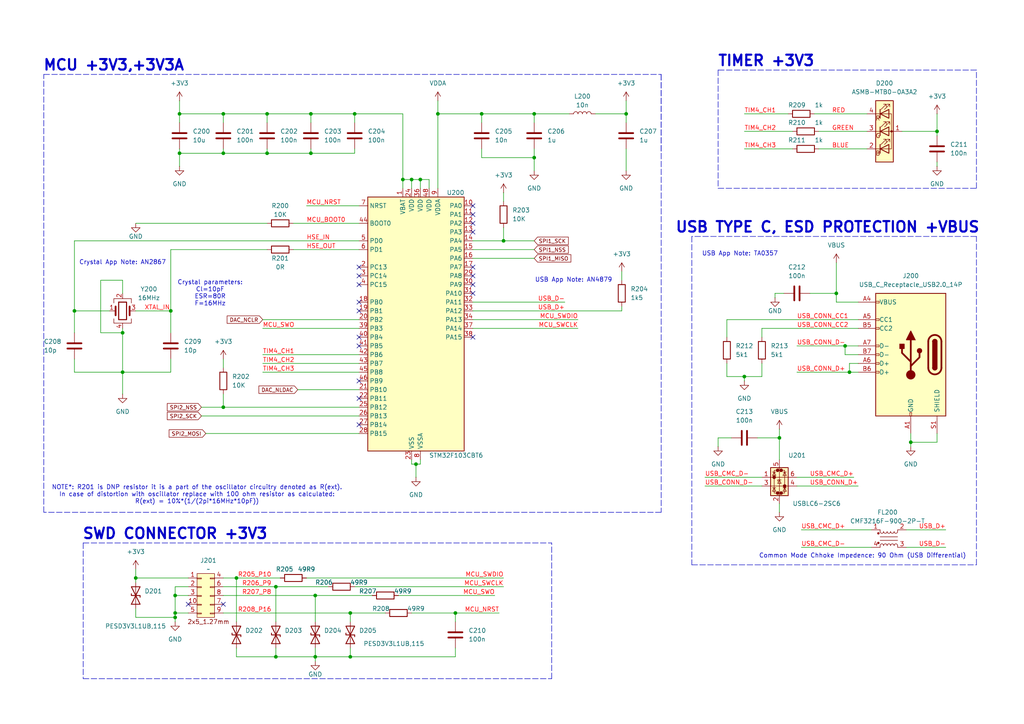
<source format=kicad_sch>
(kicad_sch (version 20231120) (generator "eeschema") (generator_version "8.0")
  (paper "A4")
  (title_block (title "MCU Circuitry") (date "2024-07-24") (company "Head-Pin (TS)"))
  (lib_symbols
    (symbol "Adacus_lib:JST_CONN_ADACUS_2x5_1.27mm"
      (property "Reference" "J" (at 2.794 9.144 0))
      (symbol "JST_CONN_ADACUS_2x5_1.27mm_1_1"
        (text "2x5_1.27mm\n" (at 2.032 -6.35 0) (effects (font (size 1.27 1.27))))
        (pin input line (at -3.81 6.35 0) (length 2.54) (name "") (number "1"))
        (pin input line (at -3.81 -1.27 0) (length 2.54) (name "") (number "10"))
        (pin input line (at -3.81 3.81 0) (length 2.54) (name "") (number "2"))
        (pin input line (at -3.81 1.27 0) (length 2.54) (name "") (number "3"))
        (pin input line (at 6.35 6.35 180) (length 2.54) (name "") (number "4"))
        (pin input line (at -3.81 -3.81 0) (length 2.54) (name "") (number "5"))
        (pin input line (at 6.35 3.81 180) (length 2.54) (name "") (number "6"))
        (pin input line (at 6.35 -1.27 180) (length 2.54) (name "") (number "7"))
        (pin input line (at 6.35 1.27 180) (length 2.54) (name "") (number "8"))
        (pin input line (at 6.35 -3.81 180) (length 2.54) (name "") (number "9"))
      )
    )
    (symbol "Connector:USB_C_Receptacle_USB2.0_14P" (pin_names (offset 1.016))
      (property "Reference" "J" (at 0 22.225 0))
      (property "Value" "USB_C_Receptacle_USB2.0_14P" (at 0 19.685 0))
      (symbol "USB_C_Receptacle_USB2.0_14P_1_1"
        (pin passive line (at 0 -22.86 90) (length 5.08) (name "GND") (number "A1"))
        (pin passive line (at 0 -22.86 90) (length 5.08) hide (name "GND") (number "A12"))
        (pin passive line (at 15.24 15.24 180) (length 5.08) (name "VBUS") (number "A4"))
        (pin bidirectional line (at 15.24 10.16 180) (length 5.08) (name "CC1") (number "A5"))
        (pin bidirectional line (at 15.24 -2.54 180) (length 5.08) (name "D+") (number "A6"))
        (pin bidirectional line (at 15.24 2.54 180) (length 5.08) (name "D-") (number "A7"))
        (pin passive line (at 15.24 15.24 180) (length 5.08) hide (name "VBUS") (number "A9"))
        (pin passive line (at 0 -22.86 90) (length 5.08) hide (name "GND") (number "B1"))
        (pin passive line (at 0 -22.86 90) (length 5.08) hide (name "GND") (number "B12"))
        (pin passive line (at 15.24 15.24 180) (length 5.08) hide (name "VBUS") (number "B4"))
        (pin bidirectional line (at 15.24 7.62 180) (length 5.08) (name "CC2") (number "B5"))
        (pin bidirectional line (at 15.24 -5.08 180) (length 5.08) (name "D+") (number "B6"))
        (pin bidirectional line (at 15.24 0 180) (length 5.08) (name "D-") (number "B7"))
        (pin passive line (at 15.24 15.24 180) (length 5.08) hide (name "VBUS") (number "B9"))
        (pin passive line (at -7.62 -22.86 90) (length 5.08) (name "SHIELD") (number "S1"))
      )
    )
    (symbol "Device:C" (pin_numbers hide) (pin_names (offset 0.254))
      (property "Reference" "C" (at 0.635 2.54 0))
      (property "Value" "C" (at 0.635 -2.54 0))
      (symbol "C_1_1"
        (pin passive line (at 0 3.81 270) (length 2.794) (name "~") (number "1"))
        (pin passive line (at 0 -3.81 90) (length 2.794) (name "~") (number "2"))
      )
    )
    (symbol "Device:Crystal_GND24" (pin_names (offset 1.016) hide)
      (property "Reference" "Y" (at 3.175 5.08 0))
      (property "Value" "Crystal_GND24" (at 3.175 3.175 0))
      (symbol "Crystal_GND24_1_1"
        (pin passive line (at -3.81 0 0) (length 1.27) (name "1") (number "1"))
        (pin passive line (at 0 5.08 270) (length 1.27) (name "2") (number "2"))
        (pin passive line (at 3.81 0 180) (length 1.27) (name "3") (number "3"))
        (pin passive line (at 0 -5.08 90) (length 1.27) (name "4") (number "4"))
      )
    )
    (symbol "Device:D_TVS" (pin_numbers hide) (pin_names (offset 1.016) hide)
      (property "Reference" "D" (at 0 2.54 0))
      (property "Value" "D_TVS" (at 0 -2.54 0))
      (symbol "D_TVS_1_1"
        (pin passive line (at -3.81 0 0) (length 2.54) (name "A1") (number "1"))
        (pin passive line (at 3.81 0 180) (length 2.54) (name "A2") (number "2"))
      )
    )
    (symbol "Device:L" (pin_numbers hide) (pin_names (offset 1.016) hide)
      (property "Reference" "L" (at -1.27 0 90))
      (property "Value" "L" (at 1.905 0 90))
      (symbol "L_1_1"
        (pin passive line (at 0 3.81 270) (length 1.27) (name "1") (number "1"))
        (pin passive line (at 0 -3.81 90) (length 1.27) (name "2") (number "2"))
      )
    )
    (symbol "Device:R" (pin_numbers hide) (pin_names (offset 0))
      (property "Reference" "R" (at 2.032 0 90))
      (property "Value" "R" (at 0 0 90))
      (symbol "R_1_1"
        (pin passive line (at 0 3.81 270) (length 1.27) (name "~") (number "1"))
        (pin passive line (at 0 -3.81 90) (length 1.27) (name "~") (number "2"))
      )
    )
    (symbol "Filter:Choke_Coilcraft_0603USB-142" (pin_names (offset 0.254) hide)
      (property "Reference" "FL" (at 0 4.445 0))
      (property "Value" "Choke_Coilcraft_0603USB-142" (at 0 -4.445 0))
      (symbol "Choke_Coilcraft_0603USB-142_1_1"
        (pin passive line (at -5.08 2.54 0) (length 2.54) (name "1") (number "1"))
        (pin passive line (at 5.08 2.54 180) (length 2.54) (name "2") (number "2"))
        (pin passive line (at 5.08 -2.54 180) (length 2.54) (name "3") (number "3"))
        (pin passive line (at -5.08 -2.54 0) (length 2.54) (name "4") (number "4"))
      )
    )
    (symbol "LED:ASMB-MTB0-0A3A2" (pin_names (offset 0) hide)
      (property "Reference" "D" (at 0 10.16 0))
      (property "Value" "ASMB-MTB0-0A3A2" (at 0 -10.16 0))
      (symbol "ASMB-MTB0-0A3A2_0_0"
        (text "B" (at -1.905 -6.35 0) (effects (font (size 1.27 1.27))))
        (text "G" (at -1.905 -1.27 0) (effects (font (size 1.27 1.27))))
        (text "R" (at -1.905 3.81 0) (effects (font (size 1.27 1.27))))
      )
      (symbol "ASMB-MTB0-0A3A2_1_1"
        (pin passive line (at 5.08 0 180) (length 2.54) (name "A") (number "1"))
        (pin passive line (at -5.08 -5.08 0) (length 2.54) (name "BK") (number "2"))
        (pin passive line (at -5.08 0 0) (length 2.54) (name "GK") (number "3"))
        (pin passive line (at -5.08 5.08 0) (length 2.54) (name "RK") (number "4"))
      )
    )
    (symbol "MCU_ST_STM32F1:STM32F103CBTx"
      (property "Reference" "U" (at -12.7 39.37 0))
      (property "Value" "STM32F103CBTx" (at 10.16 39.37 0))
      (symbol "STM32F103CBTx_1_1"
        (pin power_in line (at -2.54 40.64 270) (length 2.54) (name "VBAT") (number "1"))
        (pin bidirectional line (at 17.78 35.56 180) (length 2.54) (name "PA0") (number "10"))
        (pin bidirectional line (at 17.78 33.02 180) (length 2.54) (name "PA1") (number "11"))
        (pin bidirectional line (at 17.78 30.48 180) (length 2.54) (name "PA2") (number "12"))
        (pin bidirectional line (at 17.78 27.94 180) (length 2.54) (name "PA3") (number "13"))
        (pin bidirectional line (at 17.78 25.4 180) (length 2.54) (name "PA4") (number "14"))
        (pin bidirectional line (at 17.78 22.86 180) (length 2.54) (name "PA5") (number "15"))
        (pin bidirectional line (at 17.78 20.32 180) (length 2.54) (name "PA6") (number "16"))
        (pin bidirectional line (at 17.78 17.78 180) (length 2.54) (name "PA7") (number "17"))
        (pin bidirectional line (at -15.24 7.62 0) (length 2.54) (name "PB0") (number "18"))
        (pin bidirectional line (at -15.24 5.08 0) (length 2.54) (name "PB1") (number "19"))
        (pin bidirectional line (at -15.24 17.78 0) (length 2.54) (name "PC13") (number "2"))
        (pin bidirectional line (at -15.24 2.54 0) (length 2.54) (name "PB2") (number "20"))
        (pin bidirectional line (at -15.24 -17.78 0) (length 2.54) (name "PB10") (number "21"))
        (pin bidirectional line (at -15.24 -20.32 0) (length 2.54) (name "PB11") (number "22"))
        (pin power_in line (at 0 -38.1 90) (length 2.54) (name "VSS") (number "23"))
        (pin power_in line (at 0 40.64 270) (length 2.54) (name "VDD") (number "24"))
        (pin bidirectional line (at -15.24 -22.86 0) (length 2.54) (name "PB12") (number "25"))
        (pin bidirectional line (at -15.24 -25.4 0) (length 2.54) (name "PB13") (number "26"))
        (pin bidirectional line (at -15.24 -27.94 0) (length 2.54) (name "PB14") (number "27"))
        (pin bidirectional line (at -15.24 -30.48 0) (length 2.54) (name "PB15") (number "28"))
        (pin bidirectional line (at 17.78 15.24 180) (length 2.54) (name "PA8") (number "29"))
        (pin bidirectional line (at -15.24 15.24 0) (length 2.54) (name "PC14") (number "3"))
        (pin bidirectional line (at 17.78 12.7 180) (length 2.54) (name "PA9") (number "30"))
        (pin bidirectional line (at 17.78 10.16 180) (length 2.54) (name "PA10") (number "31"))
        (pin bidirectional line (at 17.78 7.62 180) (length 2.54) (name "PA11") (number "32"))
        (pin bidirectional line (at 17.78 5.08 180) (length 2.54) (name "PA12") (number "33"))
        (pin bidirectional line (at 17.78 2.54 180) (length 2.54) (name "PA13") (number "34"))
        (pin passive line (at 0 -38.1 90) (length 2.54) hide (name "VSS") (number "35"))
        (pin power_in line (at 2.54 40.64 270) (length 2.54) (name "VDD") (number "36"))
        (pin bidirectional line (at 17.78 0 180) (length 2.54) (name "PA14") (number "37"))
        (pin bidirectional line (at 17.78 -2.54 180) (length 2.54) (name "PA15") (number "38"))
        (pin bidirectional line (at -15.24 0 0) (length 2.54) (name "PB3") (number "39"))
        (pin bidirectional line (at -15.24 12.7 0) (length 2.54) (name "PC15") (number "4"))
        (pin bidirectional line (at -15.24 -2.54 0) (length 2.54) (name "PB4") (number "40"))
        (pin bidirectional line (at -15.24 -5.08 0) (length 2.54) (name "PB5") (number "41"))
        (pin bidirectional line (at -15.24 -7.62 0) (length 2.54) (name "PB6") (number "42"))
        (pin bidirectional line (at -15.24 -10.16 0) (length 2.54) (name "PB7") (number "43"))
        (pin input line (at -15.24 30.48 0) (length 2.54) (name "BOOT0") (number "44"))
        (pin bidirectional line (at -15.24 -12.7 0) (length 2.54) (name "PB8") (number "45"))
        (pin bidirectional line (at -15.24 -15.24 0) (length 2.54) (name "PB9") (number "46"))
        (pin passive line (at 0 -38.1 90) (length 2.54) hide (name "VSS") (number "47"))
        (pin power_in line (at 5.08 40.64 270) (length 2.54) (name "VDD") (number "48"))
        (pin bidirectional line (at -15.24 25.4 0) (length 2.54) (name "PD0") (number "5"))
        (pin bidirectional line (at -15.24 22.86 0) (length 2.54) (name "PD1") (number "6"))
        (pin input line (at -15.24 35.56 0) (length 2.54) (name "NRST") (number "7"))
        (pin power_in line (at 2.54 -38.1 90) (length 2.54) (name "VSSA") (number "8"))
        (pin power_in line (at 7.62 40.64 270) (length 2.54) (name "VDDA") (number "9"))
      )
    )
    (symbol "Power_Protection:USBLC6-2SC6" (pin_names hide)
      (property "Reference" "U" (at 0.635 5.715 0))
      (property "Value" "USBLC6-2SC6" (at 0.635 3.81 0))
      (symbol "USBLC6-2SC6_1_1"
        (pin passive line (at -5.08 0 0) (length 2.54) (name "I/O1") (number "1"))
        (pin passive line (at 0 -7.62 90) (length 2.54) (name "GND") (number "2"))
        (pin passive line (at -5.08 -2.54 0) (length 2.54) (name "I/O2") (number "3"))
        (pin passive line (at 5.08 -2.54 180) (length 2.54) (name "I/O2") (number "4"))
        (pin passive line (at 0 5.08 270) (length 2.54) (name "VBUS") (number "5"))
        (pin passive line (at 5.08 0 180) (length 2.54) (name "I/O1") (number "6"))
      )
    )
    (symbol "power:+3V3" (power) (pin_numbers hide) (pin_names (offset 0) hide)
      (property "Value" "+3V3" (at 0 3.556 0))
      (symbol "+3V3_1_1"
        (pin power_in line (at 0 0 90) (length 0) (name "~") (number "1"))
      )
    )
    (symbol "power:GND" (power) (pin_numbers hide) (pin_names (offset 0) hide)
      (property "Value" "GND" (at 0 -3.81 0))
      (symbol "GND_1_1"
        (pin power_in line (at 0 0 270) (length 0) (name "~") (number "1"))
      )
    )
    (symbol "power:VBUS" (power) (pin_numbers hide) (pin_names (offset 0) hide)
      (property "Value" "VBUS" (at 0 3.556 0))
      (symbol "VBUS_1_1"
        (pin power_in line (at 0 0 90) (length 0) (name "~") (number "1"))
      )
    )
    (symbol "power:VDDA" (power) (pin_numbers hide) (pin_names (offset 0) hide)
      (property "Value" "VDDA" (at 0 3.556 0))
      (symbol "VDDA_1_1"
        (pin power_in line (at 0 0 90) (length 0) (name "~") (number "1"))
      )
    )
  )
  (junction (at 101.6 190.5))
  (junction (at 52.07 33.02))
  (junction (at 154.94 33.02))
  (junction (at 91.44 190.5))
  (junction (at 64.77 118.11))
  (junction (at 21.59 90.17))
  (junction (at 64.77 33.02))
  (junction (at 90.17 33.02))
  (junction (at 101.6 177.8))
  (junction (at 50.8 172.72))
  (junction (at 52.07 44.45))
  (junction (at 80.01 190.5))
  (junction (at 264.16 128.27))
  (junction (at 271.78 38.1))
  (junction (at 50.8 177.8))
  (junction (at 80.01 170.18))
  (junction (at 215.9 109.22))
  (junction (at 39.37 167.64))
  (junction (at 35.56 96.52))
  (junction (at 68.58 167.64))
  (junction (at 181.61 33.02))
  (junction (at 77.47 33.02))
  (junction (at 35.56 107.95))
  (junction (at 121.92 52.07))
  (junction (at 50.8 179.07))
  (junction (at 49.53 90.17))
  (junction (at 91.44 172.72))
  (junction (at 132.08 177.8))
  (junction (at 146.05 69.85))
  (junction (at 139.7 33.02))
  (junction (at 242.57 85.09))
  (junction (at 226.06 127))
  (junction (at 102.87 33.02))
  (junction (at 154.94 45.72))
  (junction (at 246.38 107.95))
  (junction (at 120.65 134.62))
  (junction (at 245.11 100.33))
  (junction (at 64.77 44.45))
  (junction (at 116.84 52.07))
  (junction (at 119.38 52.07))
  (junction (at 77.47 44.45))
  (junction (at 127 33.02))
  (junction (at 90.17 44.45))
  (no_connect (at 104.14 82.55))
  (no_connect (at 137.16 85.09))
  (no_connect (at 137.16 62.23))
  (no_connect (at 104.14 123.19))
  (no_connect (at 137.16 59.69))
  (no_connect (at 104.14 87.63))
  (no_connect (at 104.14 97.79))
  (no_connect (at 137.16 64.77))
  (no_connect (at 104.14 90.17))
  (no_connect (at 137.16 67.31))
  (no_connect (at 137.16 77.47))
  (no_connect (at 104.14 110.49))
  (no_connect (at 137.16 97.79))
  (no_connect (at 137.16 82.55))
  (no_connect (at 137.16 80.01))
  (no_connect (at 64.77 175.26))
  (no_connect (at 104.14 100.33))
  (no_connect (at 54.61 175.26))
  (no_connect (at 104.14 115.57))
  (no_connect (at 104.14 77.47))
  (no_connect (at 104.14 80.01))
  (wire (pts (xy 76.2 95.25) (xy 104.14 95.25)))
  (wire (pts (xy 127 33.02) (xy 139.7 33.02)))
  (wire (pts (xy 231.14 100.33) (xy 245.11 100.33)))
  (wire (pts (xy 35.56 85.09) (xy 35.56 81.28)))
  (polyline (pts (xy 200.66 68.58) (xy 200.66 163.83)) (stroke (width 0) (type dash)))
  (wire (pts (xy 88.9 167.64) (xy 146.05 167.64)))
  (wire (pts (xy 224.79 85.09) (xy 224.79 86.36)))
  (wire (pts (xy 39.37 167.64) (xy 39.37 168.91)))
  (wire (pts (xy 132.08 177.8) (xy 144.78 177.8)))
  (wire (pts (xy 52.07 43.18) (xy 52.07 44.45)))
  (wire (pts (xy 232.41 158.75) (xy 252.73 158.75)))
  (wire (pts (xy 262.89 153.67) (xy 274.32 153.67)))
  (wire (pts (xy 146.05 66.04) (xy 146.05 69.85)))
  (wire (pts (xy 271.78 33.02) (xy 271.78 38.1)))
  (wire (pts (xy 52.07 33.02) (xy 52.07 35.56)))
  (wire (pts (xy 120.65 134.62) (xy 121.92 134.62)))
  (wire (pts (xy 139.7 33.02) (xy 154.94 33.02)))
  (polyline (pts (xy 208.28 20.32) (xy 208.28 20.32)))
  (wire (pts (xy 86.36 113.03) (xy 104.14 113.03)))
  (wire (pts (xy 91.44 187.96) (xy 91.44 190.5)))
  (wire (pts (xy 52.07 33.02) (xy 64.77 33.02)))
  (polyline (pts (xy 191.77 21.59) (xy 191.77 44.45)) (stroke (width 0) (type dash)))
  (wire (pts (xy 77.47 43.18) (xy 77.47 44.45)))
  (wire (pts (xy 154.94 43.18) (xy 154.94 45.72)))
  (wire (pts (xy 50.8 179.07) (xy 50.8 180.34)))
  (wire (pts (xy 90.17 33.02) (xy 102.87 33.02)))
  (wire (pts (xy 132.08 177.8) (xy 132.08 180.34)))
  (wire (pts (xy 226.06 127) (xy 226.06 133.35)))
  (wire (pts (xy 139.7 33.02) (xy 139.7 35.56)))
  (polyline (pts (xy 283.21 20.32) (xy 208.28 20.32)) (stroke (width 0) (type dash)))
  (wire (pts (xy 49.53 90.17) (xy 49.53 96.52)))
  (wire (pts (xy 102.87 170.18) (xy 146.05 170.18)))
  (wire (pts (xy 210.82 109.22) (xy 215.9 109.22)))
  (wire (pts (xy 137.16 92.71) (xy 167.64 92.71)))
  (wire (pts (xy 21.59 90.17) (xy 21.59 96.52)))
  (wire (pts (xy 146.05 69.85) (xy 154.94 69.85)))
  (wire (pts (xy 104.14 69.85) (xy 21.59 69.85)))
  (wire (pts (xy 248.92 105.41) (xy 246.38 105.41)))
  (wire (pts (xy 231.14 107.95) (xy 246.38 107.95)))
  (wire (pts (xy 102.87 33.02) (xy 102.87 35.56)))
  (wire (pts (xy 119.38 177.8) (xy 132.08 177.8)))
  (wire (pts (xy 39.37 90.17) (xy 49.53 90.17)))
  (wire (pts (xy 220.98 105.41) (xy 220.98 109.22)))
  (wire (pts (xy 154.94 35.56) (xy 154.94 33.02)))
  (wire (pts (xy 80.01 190.5) (xy 91.44 190.5)))
  (wire (pts (xy 139.7 45.72) (xy 154.94 45.72)))
  (wire (pts (xy 137.16 69.85) (xy 146.05 69.85)))
  (polyline (pts (xy 160.02 196.85) (xy 160.02 157.48)) (stroke (width 0) (type dash)))
  (wire (pts (xy 127 33.02) (xy 127 54.61)))
  (wire (pts (xy 64.77 33.02) (xy 77.47 33.02)))
  (wire (pts (xy 104.14 92.71) (xy 76.2 92.71)))
  (wire (pts (xy 119.38 134.62) (xy 120.65 134.62)))
  (wire (pts (xy 54.61 177.8) (xy 50.8 177.8)))
  (wire (pts (xy 64.77 104.14) (xy 64.77 106.68)))
  (wire (pts (xy 35.56 107.95) (xy 49.53 107.95)))
  (wire (pts (xy 52.07 33.02) (xy 52.07 29.21)))
  (wire (pts (xy 119.38 54.61) (xy 119.38 52.07)))
  (wire (pts (xy 76.2 105.41) (xy 104.14 105.41)))
  (polyline (pts (xy 191.77 148.59) (xy 12.7 148.59)) (stroke (width 0) (type dash)))
  (polyline (pts (xy 24.13 157.48) (xy 24.13 196.85)) (stroke (width 0) (type dash)))
  (wire (pts (xy 237.49 38.1) (xy 251.46 38.1)))
  (wire (pts (xy 119.38 133.35) (xy 119.38 134.62)))
  (wire (pts (xy 236.22 33.02) (xy 251.46 33.02)))
  (wire (pts (xy 219.71 127) (xy 226.06 127)))
  (wire (pts (xy 215.9 38.1) (xy 229.87 38.1)))
  (wire (pts (xy 210.82 105.41) (xy 210.82 109.22)))
  (wire (pts (xy 248.92 87.63) (xy 242.57 87.63)))
  (wire (pts (xy 234.95 85.09) (xy 242.57 85.09)))
  (wire (pts (xy 64.77 44.45) (xy 77.47 44.45)))
  (wire (pts (xy 90.17 33.02) (xy 90.17 35.56)))
  (wire (pts (xy 101.6 177.8) (xy 111.76 177.8)))
  (wire (pts (xy 68.58 190.5) (xy 80.01 190.5)))
  (wire (pts (xy 80.01 170.18) (xy 95.25 170.18)))
  (wire (pts (xy 181.61 29.21) (xy 181.61 33.02)))
  (wire (pts (xy 139.7 43.18) (xy 139.7 45.72)))
  (wire (pts (xy 21.59 90.17) (xy 31.75 90.17)))
  (wire (pts (xy 215.9 43.18) (xy 229.87 43.18)))
  (wire (pts (xy 137.16 74.93) (xy 154.94 74.93)))
  (wire (pts (xy 85.09 72.39) (xy 104.14 72.39)))
  (wire (pts (xy 101.6 177.8) (xy 101.6 180.34)))
  (wire (pts (xy 39.37 167.64) (xy 54.61 167.64)))
  (wire (pts (xy 231.14 138.43) (xy 247.65 138.43)))
  (wire (pts (xy 232.41 153.67) (xy 252.73 153.67)))
  (polyline (pts (xy 200.66 163.83) (xy 283.21 163.83)) (stroke (width 0) (type dash)))
  (wire (pts (xy 124.46 54.61) (xy 124.46 52.07)))
  (wire (pts (xy 264.16 128.27) (xy 271.78 128.27)))
  (wire (pts (xy 80.01 170.18) (xy 80.01 180.34)))
  (wire (pts (xy 35.56 95.25) (xy 35.56 96.52)))
  (wire (pts (xy 172.72 33.02) (xy 181.61 33.02)))
  (wire (pts (xy 54.61 170.18) (xy 50.8 170.18)))
  (wire (pts (xy 245.11 102.87) (xy 245.11 100.33)))
  (wire (pts (xy 35.56 107.95) (xy 35.56 114.3)))
  (wire (pts (xy 181.61 43.18) (xy 181.61 49.53)))
  (wire (pts (xy 137.16 72.39) (xy 154.94 72.39)))
  (wire (pts (xy 212.09 127) (xy 208.28 127)))
  (wire (pts (xy 39.37 165.1) (xy 39.37 167.64)))
  (wire (pts (xy 137.16 95.25) (xy 167.64 95.25)))
  (wire (pts (xy 39.37 179.07) (xy 50.8 179.07)))
  (wire (pts (xy 245.11 102.87) (xy 248.92 102.87)))
  (wire (pts (xy 204.47 140.97) (xy 220.98 140.97)))
  (wire (pts (xy 231.14 140.97) (xy 248.92 140.97)))
  (wire (pts (xy 76.2 107.95) (xy 104.14 107.95)))
  (wire (pts (xy 91.44 190.5) (xy 101.6 190.5)))
  (polyline (pts (xy 283.21 163.83) (xy 283.21 68.58)) (stroke (width 0) (type dash)))
  (wire (pts (xy 50.8 172.72) (xy 54.61 172.72)))
  (wire (pts (xy 64.77 118.11) (xy 104.14 118.11)))
  (wire (pts (xy 101.6 187.96) (xy 101.6 190.5)))
  (wire (pts (xy 35.56 81.28) (xy 29.21 81.28)))
  (wire (pts (xy 64.77 33.02) (xy 64.77 35.56)))
  (wire (pts (xy 220.98 97.79) (xy 220.98 95.25)))
  (polyline (pts (xy 191.77 21.59) (xy 191.77 148.59)) (stroke (width 0) (type dash)))
  (wire (pts (xy 68.58 167.64) (xy 68.58 180.34)))
  (wire (pts (xy 120.65 134.62) (xy 120.65 138.43)))
  (wire (pts (xy 50.8 170.18) (xy 50.8 172.72)))
  (wire (pts (xy 58.42 118.11) (xy 64.77 118.11)))
  (wire (pts (xy 137.16 87.63) (xy 163.83 87.63)))
  (wire (pts (xy 246.38 107.95) (xy 248.92 107.95)))
  (wire (pts (xy 64.77 114.3) (xy 64.77 118.11)))
  (wire (pts (xy 215.9 109.22) (xy 220.98 109.22)))
  (polyline (pts (xy 12.7 21.59) (xy 191.77 21.59)) (stroke (width 0) (type dash)))
  (wire (pts (xy 245.11 100.33) (xy 248.92 100.33)))
  (wire (pts (xy 242.57 76.2) (xy 242.57 85.09)))
  (wire (pts (xy 64.77 172.72) (xy 91.44 172.72)))
  (wire (pts (xy 21.59 69.85) (xy 21.59 90.17)))
  (wire (pts (xy 137.16 90.17) (xy 180.34 90.17)))
  (wire (pts (xy 52.07 44.45) (xy 64.77 44.45)))
  (wire (pts (xy 35.56 96.52) (xy 35.56 107.95)))
  (wire (pts (xy 226.06 146.05) (xy 226.06 148.59)))
  (wire (pts (xy 80.01 187.96) (xy 80.01 190.5)))
  (wire (pts (xy 29.21 81.28) (xy 29.21 96.52)))
  (wire (pts (xy 21.59 104.14) (xy 21.59 107.95)))
  (wire (pts (xy 271.78 46.99) (xy 271.78 48.26)))
  (wire (pts (xy 49.53 72.39) (xy 49.53 90.17)))
  (wire (pts (xy 264.16 125.73) (xy 264.16 128.27)))
  (wire (pts (xy 39.37 64.77) (xy 77.47 64.77)))
  (wire (pts (xy 76.2 102.87) (xy 104.14 102.87)))
  (polyline (pts (xy 12.7 148.59) (xy 12.7 21.59)) (stroke (width 0) (type dash)))
  (wire (pts (xy 85.09 64.77) (xy 104.14 64.77)))
  (wire (pts (xy 271.78 38.1) (xy 271.78 39.37)))
  (wire (pts (xy 261.62 38.1) (xy 271.78 38.1)))
  (wire (pts (xy 146.05 55.88) (xy 146.05 58.42)))
  (polyline (pts (xy 24.13 196.85) (xy 160.02 196.85)) (stroke (width 0) (type dash)))
  (wire (pts (xy 59.69 125.73) (xy 104.14 125.73)))
  (wire (pts (xy 39.37 176.53) (xy 39.37 179.07)))
  (wire (pts (xy 77.47 33.02) (xy 90.17 33.02)))
  (wire (pts (xy 121.92 133.35) (xy 121.92 134.62)))
  (wire (pts (xy 127 29.21) (xy 127 33.02)))
  (wire (pts (xy 50.8 179.07) (xy 50.8 177.8)))
  (wire (pts (xy 77.47 33.02) (xy 77.47 35.56)))
  (wire (pts (xy 271.78 125.73) (xy 271.78 128.27)))
  (wire (pts (xy 154.94 45.72) (xy 154.94 49.53)))
  (wire (pts (xy 228.6 33.02) (xy 215.9 33.02)))
  (wire (pts (xy 204.47 138.43) (xy 220.98 138.43)))
  (wire (pts (xy 210.82 92.71) (xy 248.92 92.71)))
  (wire (pts (xy 88.9 59.69) (xy 104.14 59.69)))
  (wire (pts (xy 226.06 124.46) (xy 226.06 127)))
  (polyline (pts (xy 283.21 54.61) (xy 283.21 20.32)) (stroke (width 0) (type dash)))
  (wire (pts (xy 91.44 172.72) (xy 107.95 172.72)))
  (wire (pts (xy 21.59 107.95) (xy 35.56 107.95)))
  (wire (pts (xy 242.57 87.63) (xy 242.57 85.09)))
  (wire (pts (xy 116.84 52.07) (xy 119.38 52.07)))
  (wire (pts (xy 181.61 33.02) (xy 181.61 35.56)))
  (wire (pts (xy 227.33 85.09) (xy 224.79 85.09)))
  (wire (pts (xy 116.84 52.07) (xy 116.84 33.02)))
  (wire (pts (xy 121.92 52.07) (xy 124.46 52.07)))
  (wire (pts (xy 119.38 52.07) (xy 121.92 52.07)))
  (wire (pts (xy 64.77 43.18) (xy 64.77 44.45)))
  (wire (pts (xy 102.87 33.02) (xy 116.84 33.02)))
  (wire (pts (xy 64.77 170.18) (xy 80.01 170.18)))
  (wire (pts (xy 90.17 44.45) (xy 102.87 44.45)))
  (wire (pts (xy 58.42 120.65) (xy 104.14 120.65)))
  (wire (pts (xy 116.84 54.61) (xy 116.84 52.07)))
  (wire (pts (xy 121.92 54.61) (xy 121.92 52.07)))
  (wire (pts (xy 64.77 177.8) (xy 101.6 177.8)))
  (wire (pts (xy 180.34 88.9) (xy 180.34 90.17)))
  (wire (pts (xy 246.38 105.41) (xy 246.38 107.95)))
  (wire (pts (xy 49.53 72.39) (xy 77.47 72.39)))
  (wire (pts (xy 237.49 43.18) (xy 251.46 43.18)))
  (polyline (pts (xy 208.28 54.61) (xy 283.21 54.61)) (stroke (width 0) (type dash)))
  (wire (pts (xy 208.28 127) (xy 208.28 129.54)))
  (wire (pts (xy 262.89 158.75) (xy 274.32 158.75)))
  (wire (pts (xy 91.44 172.72) (xy 91.44 180.34)))
  (wire (pts (xy 180.34 78.74) (xy 180.34 81.28)))
  (polyline (pts (xy 283.21 68.58) (xy 200.66 68.58)) (stroke (width 0) (type dash)))
  (wire (pts (xy 215.9 109.22) (xy 215.9 110.49)))
  (wire (pts (xy 154.94 33.02) (xy 165.1 33.02)))
  (polyline (pts (xy 208.28 20.32) (xy 208.28 54.61)) (stroke (width 0) (type dash)))
  (wire (pts (xy 68.58 167.64) (xy 81.28 167.64)))
  (polyline (pts (xy 24.13 157.48) (xy 160.02 157.48)) (stroke (width 0) (type dash)))
  (wire (pts (xy 115.57 172.72) (xy 143.51 172.72)))
  (wire (pts (xy 132.08 187.96) (xy 132.08 190.5)))
  (wire (pts (xy 91.44 191.77) (xy 91.44 190.5)))
  (wire (pts (xy 210.82 92.71) (xy 210.82 97.79)))
  (wire (pts (xy 29.21 96.52) (xy 35.56 96.52)))
  (wire (pts (xy 264.16 128.27) (xy 264.16 129.54)))
  (wire (pts (xy 49.53 104.14) (xy 49.53 107.95)))
  (wire (pts (xy 50.8 172.72) (xy 50.8 177.8)))
  (wire (pts (xy 77.47 44.45) (xy 90.17 44.45)))
  (wire (pts (xy 68.58 187.96) (xy 68.58 190.5)))
  (wire (pts (xy 64.77 167.64) (xy 68.58 167.64)))
  (wire (pts (xy 102.87 44.45) (xy 102.87 43.18)))
  (wire (pts (xy 52.07 44.45) (xy 52.07 48.26)))
  (wire (pts (xy 90.17 43.18) (xy 90.17 44.45)))
  (wire (pts (xy 101.6 190.5) (xy 132.08 190.5)))
  (wire (pts (xy 220.98 95.25) (xy 248.92 95.25)))
  (text "USB TYPE C, ESD PROTECTION +VBUS" (at 240.03 66.04 0) (effects (font (size 3.048 3.048) (thickness 0.6096) (bold yes))))
  (text "SWD CONNECTOR +3V3" (at 50.8 154.94 0) (effects (font (size 3.048 3.048) (thickness 0.6096) (bold yes))))
  (text "Common Mode Chhoke Impedence: 90 Ohm (USB Differential)" (at 250.19 161.29 0) (effects (font (size 1.27 1.27))))
  (text "Crystal App Note: AN2867\n" (at 35.56 76.2 0) (effects (font (size 1.27 1.27))))
  (text "USB App Note: TA0357\n" (at 214.63 73.66 0) (effects (font (size 1.27 1.27))))
  (text "NOTE*: R201 is DNP resistor it is a part of the oscillator circuitry denoted as R(ext).\nIn case of distortion with oscillator replace with 100 ohm resistor as calculated:\nR(ext) = 10%*(1/(2pi*16MHz*10pF))" (at 57.15 143.51 0) (effects (font (size 1.27 1.27))))
  (text "Crystal parameters:\nCl=10pF\nESR=80R\nF=16MHz\n" (at 60.96 85.09 0) (effects (font (size 1.27 1.27))))
  (text "TIMER +3V3" (at 222.25 17.78 0) (effects (font (size 3.048 3.048) (thickness 0.6096) (bold yes))))
  (text "MCU +3V3,+3V3A" (at 33.02 19.05 0) (effects (font (size 3.048 3.048) (thickness 0.6096) (bold yes))))
  (text "USB App Note: AN4879\n" (at 166.37 81.28 0) (effects (font (size 1.27 1.27))))
  (label "USB_D+" (at 274.32 153.67 180))
  (label "USB_CMC_D-" (at 232.41 158.75 0))
  (label "HSE_IN" (at 88.9 69.85 0))
  (label "USB_D-" (at 163.83 87.63 180))
  (label "USB_CMC_D+" (at 247.65 138.43 180))
  (label "MCU_SWCLK" (at 167.64 95.25 180))
  (label "USB_CONN_D-" (at 204.47 140.97 0))
  (label "MCU_SWO" (at 143.51 172.72 180))
  (label "MCU_SWDIO" (at 167.64 92.71 180))
  (label "TIM4_CH3" (at 215.9 43.18 0))
  (label "MCU_SWDIO" (at 146.05 167.64 180))
  (label "USB_D+" (at 163.83 90.17 180))
  (label "TIM4_CH2" (at 215.9 38.1 0))
  (label "GREEN" (at 241.3 38.1 0))
  (label "TIM4_CH1" (at 215.9 33.02 0))
  (label "USB_D-" (at 274.32 158.75 180))
  (label "R205_P10" (at 78.74 167.64 180))
  (label "MCU_BOOT0" (at 88.9 64.77 0))
  (label "TIM4_CH1" (at 76.2 102.87 0))
  (label "MCU_SWO" (at 76.2 95.25 0))
  (label "R206_P9" (at 78.74 170.18 180))
  (label "USB_CONN_CC1" (at 231.14 92.71 0))
  (label "USB_CONN_D+" (at 231.14 107.95 0))
  (label "USB_CONN_CC2" (at 231.14 95.25 0))
  (label "HSE_OUT" (at 88.9 72.39 0))
  (label "TIM4_CH2" (at 76.2 105.41 0))
  (label "USB_CMC_D-" (at 204.47 138.43 0))
  (label "MCU_NRST" (at 88.9 59.69 0))
  (label "MCU_NRST" (at 144.78 177.8 180))
  (label "USB_CMC_D+" (at 232.41 153.67 0))
  (label "USB_CONN_D-" (at 231.14 100.33 0))
  (label "R208_P16" (at 78.74 177.8 180))
  (label "RED" (at 241.3 33.02 0))
  (label "BLUE" (at 241.3 43.18 0))
  (label "USB_CONN_D+" (at 248.92 140.97 180))
  (label "XTAL_IN" (at 41.91 90.17 0))
  (label "MCU_SWCLK" (at 146.05 170.18 180))
  (label "R207_P8" (at 78.74 172.72 180))
  (label "TIM4_CH3" (at 76.2 107.95 0))
  (global_label "DAC_NLDAC" (shape input) (at 86.36 113.03 180) (effects (font (size 1.1 1.1))) (property "Intersheetrefs" "${INTERSHEET_REFS}" (effects (hide yes))))
  (global_label "SPI2_MOSI" (shape input) (at 59.69 125.73 180) (effects (font (size 1.1 1.1))) (property "Intersheetrefs" "${INTERSHEET_REFS}" (effects (hide yes))))
  (global_label "SPI1_NSS" (shape input) (at 154.94 72.39 0) (effects (font (size 1.1 1.1))) (property "Intersheetrefs" "${INTERSHEET_REFS}" (effects (hide yes))))
  (global_label "SPI1_MISO" (shape input) (at 154.94 74.93 0) (effects (font (size 1.1 1.1))) (property "Intersheetrefs" "${INTERSHEET_REFS}" (effects (hide yes))))
  (global_label "SPI2_SCK" (shape input) (at 58.42 120.65 180) (effects (font (size 1.1 1.1))) (property "Intersheetrefs" "${INTERSHEET_REFS}" (effects (hide yes))))
  (global_label "SPI1_SCK" (shape input) (at 154.94 69.85 0) (effects (font (size 1.1 1.1))) (property "Intersheetrefs" "${INTERSHEET_REFS}" (effects (hide yes))))
  (global_label "DAC_NCLR" (shape input) (at 76.2 92.71 180) (effects (font (size 1.1 1.1))) (property "Intersheetrefs" "${INTERSHEET_REFS}" (effects (hide yes))))
  (global_label "SPI2_NSS" (shape input) (at 58.42 118.11 180) (effects (font (size 1.1 1.1))) (property "Intersheetrefs" "${INTERSHEET_REFS}" (effects (hide yes))))
  (symbol (lib_id "power:GND") (at 224.79 86.36 0) (unit 1)
    (property "Reference" "#PWR033" (effects (hide yes)))
    (property "Value" "GND" (at 224.79 90.17 0))
    (property "Description" "Power symbol creates a global label with name \"GND\" , ground" (effects (hide yes)))
  )
  (symbol (lib_id "Power_Protection:USBLC6-2SC6") (at 226.06 138.43 0) (unit 1)
    (property "Reference" "U201" (at 228.6 132.08 0) (effects (justify left)))
    (property "Value" "USBLC6-2SC6" (at 229.87 146.05 0) (effects (justify left)))
    (property "Footprint" "Package_TO_SOT_SMD:SOT-23-6" (effects (hide yes)))
    (property "Datasheet" "https://www.st.com/resource/en/datasheet/usblc6-2.pdf" (effects (hide yes)))
    (property "Description" "Very low capacitance ESD protection diode, 2 data-line, SOT-23-6" (effects (hide yes)))
  )
  (symbol (lib_id "power:GND") (at 226.06 148.59 0) (unit 1)
    (property "Reference" "#PWR038" (effects (hide yes)))
    (property "Value" "GND" (at 226.06 153.67 0))
    (property "Description" "Power symbol creates a global label with name \"GND\" , ground" (effects (hide yes)))
  )
  (symbol (lib_id "Device:C") (at 49.53 100.33 0) (unit 1)
    (property "Reference" "C209" (at 53.34 99.0599 0) (effects (justify left)))
    (property "Value" "10p" (at 53.34 101.5999 0) (effects (justify left)))
    (property "Footprint" "Capacitor_SMD:C_0402_1005Metric" (effects (hide yes)))
    (property "Description" "Unpolarized capacitor" (effects (hide yes)))
  )
  (symbol (lib_id "power:+3V3") (at 64.77 104.14 0) (unit 1)
    (property "Reference" "#PWR026" (effects (hide yes)))
    (property "Value" "+3V3" (at 64.77 99.06 0))
    (property "Description" "Power symbol creates a global label with name \"+3V3\"" (effects (hide yes)))
  )
  (symbol (lib_id "Device:R") (at 99.06 170.18 90) (unit 1)
    (property "Reference" "R206" (at 93.98 168.91 90))
    (property "Value" "49R9" (at 104.14 168.91 90))
    (property "Footprint" "Resistor_SMD:R_0402_1005Metric" (effects (hide yes)))
    (property "Description" "Resistor" (effects (hide yes)))
  )
  (symbol (lib_id "Device:R") (at 233.68 43.18 90) (unit 1)
    (property "Reference" "R211" (at 231.14 40.64 90))
    (property "Value" "1k" (at 237.49 40.64 90))
    (property "Footprint" "Resistor_SMD:R_0402_1005Metric" (effects (hide yes)))
    (property "Description" "Resistor" (effects (hide yes)))
  )
  (symbol (lib_id "Device:C") (at 102.87 39.37 0) (unit 1)
    (property "Reference" "C204" (at 106.68 38.0999 0) (effects (justify left)))
    (property "Value" "100n" (at 106.68 40.6399 0) (effects (justify left)))
    (property "Footprint" "Capacitor_SMD:C_0402_1005Metric" (effects (hide yes)))
    (property "Description" "Unpolarized capacitor" (effects (hide yes)))
  )
  (symbol (lib_id "Device:R") (at 64.77 110.49 0) (unit 1)
    (property "Reference" "R202" (at 67.31 109.2199 0) (effects (justify left)))
    (property "Value" "10K" (at 67.31 111.7599 0) (effects (justify left)))
    (property "Footprint" "Resistor_SMD:R_0402_1005Metric" (effects (hide yes)))
    (property "Description" "Resistor" (effects (hide yes)))
  )
  (symbol (lib_id "Device:C") (at 132.08 184.15 0) (unit 1)
    (property "Reference" "C210" (at 135.89 182.8799 0) (effects (justify left)))
    (property "Value" "100n" (at 135.89 185.4199 0) (effects (justify left)))
    (property "Footprint" "Capacitor_SMD:C_0402_1005Metric" (effects (hide yes)))
    (property "Description" "Unpolarized capacitor" (effects (hide yes)))
  )
  (symbol (lib_id "Device:R") (at 111.76 172.72 90) (unit 1)
    (property "Reference" "R207" (at 106.68 171.45 90))
    (property "Value" "49R9" (at 116.84 171.45 90))
    (property "Footprint" "Resistor_SMD:R_0402_1005Metric" (effects (hide yes)))
    (property "Description" "Resistor" (effects (hide yes)))
  )
  (symbol (lib_id "Device:C") (at 215.9 127 90) (unit 1)
    (property "Reference" "C213" (at 215.9 119.38 90))
    (property "Value" "100n" (at 215.9 121.92 90))
    (property "Footprint" "Capacitor_SMD:C_0402_1005Metric" (effects (hide yes)))
    (property "Description" "Unpolarized capacitor" (effects (hide yes)))
  )
  (symbol (lib_id "Device:C") (at 90.17 39.37 0) (unit 1)
    (property "Reference" "C203" (at 93.98 38.0999 0) (effects (justify left)))
    (property "Value" "100n" (at 93.98 40.6399 0) (effects (justify left)))
    (property "Footprint" "Capacitor_SMD:C_0402_1005Metric" (effects (hide yes)))
    (property "Description" "Unpolarized capacitor" (effects (hide yes)))
  )
  (symbol (lib_id "Device:R") (at 146.05 62.23 0) (unit 1)
    (property "Reference" "R203" (at 148.59 60.9599 0) (effects (justify left)))
    (property "Value" "10K" (at 148.59 63.4999 0) (effects (justify left)))
    (property "Footprint" "Resistor_SMD:R_0402_1005Metric" (effects (hide yes)))
    (property "Description" "Resistor" (effects (hide yes)))
  )
  (symbol (lib_id "Device:R") (at 81.28 64.77 90) (unit 1)
    (property "Reference" "R200" (at 81.28 59.69 90))
    (property "Value" "10K" (at 81.28 62.23 90))
    (property "Footprint" "Resistor_SMD:R_0402_1005Metric" (effects (hide yes)))
    (property "Description" "Resistor" (effects (hide yes)))
  )
  (symbol (lib_id "power:+3V3") (at 146.05 55.88 0) (unit 1)
    (property "Reference" "#PWR030" (effects (hide yes)))
    (property "Value" "+3V3" (at 146.05 50.8 0))
    (property "Description" "Power symbol creates a global label with name \"+3V3\"" (effects (hide yes)))
  )
  (symbol (lib_id "power:GND") (at 35.56 114.3 0) (unit 1)
    (property "Reference" "#PWR018" (effects (hide yes)))
    (property "Value" "GND" (at 35.56 119.38 0))
    (property "Description" "Power symbol creates a global label with name \"GND\" , ground" (effects (hide yes)))
  )
  (symbol (lib_id "Device:C") (at 181.61 39.37 0) (unit 1)
    (property "Reference" "C207" (at 185.42 38.0999 0) (effects (justify left)))
    (property "Value" "1u" (at 185.42 40.6399 0) (effects (justify left)))
    (property "Footprint" "Capacitor_SMD:C_0603_1608Metric" (effects (hide yes)))
    (property "Description" "Unpolarized capacitor" (effects (hide yes)))
  )
  (symbol (lib_id "Device:R") (at 210.82 101.6 0) (unit 1)
    (property "Reference" "R212" (at 213.36 100.3299 0) (effects (justify left)))
    (property "Value" "5k1" (at 213.36 102.8699 0) (effects (justify left)))
    (property "Footprint" "Resistor_SMD:R_0402_1005Metric" (effects (hide yes)))
    (property "Description" "Resistor" (effects (hide yes)))
  )
  (symbol (lib_id "power:GND") (at 181.61 49.53 0) (unit 1)
    (property "Reference" "#PWR025" (effects (hide yes)))
    (property "Value" "GND" (at 181.61 54.61 0))
    (property "Description" "Power symbol creates a global label with name \"GND\" , ground" (effects (hide yes)))
  )
  (symbol (lib_id "Device:R") (at 233.68 38.1 90) (unit 1)
    (property "Reference" "R210" (at 231.14 35.56 90))
    (property "Value" "1k" (at 237.49 35.56 90))
    (property "Footprint" "Resistor_SMD:R_0402_1005Metric" (effects (hide yes)))
    (property "Description" "Resistor" (effects (hide yes)))
  )
  (symbol (lib_id "power:+3V3") (at 52.07 29.21 0) (unit 1)
    (property "Reference" "#PWR020" (effects (hide yes)))
    (property "Value" "+3V3" (at 52.07 24.13 0))
    (property "Description" "Power symbol creates a global label with name \"+3V3\"" (effects (hide yes)))
  )
  (symbol (lib_id "Device:Crystal_GND24") (at 35.56 90.17 0) (unit 1)
    (property "Reference" "Y200" (at 43.18 83.8514 0))
    (property "Value" "16MHz" (at 43.18 86.3914 0))
    (property "Footprint" "Crystal:Crystal_SMD_2016-4Pin_2.0x1.6mm" (effects (hide yes)))
    (property "Description" "Four pin crystal, GND on pins 2 and 4" (effects (hide yes)))
  )
  (symbol (lib_id "power:VBUS") (at 242.57 76.2 0) (unit 1)
    (property "Reference" "#PWR032" (effects (hide yes)))
    (property "Value" "VBUS" (at 242.57 71.12 0))
    (property "Description" "Power symbol creates a global label with name \"VBUS\"" (effects (hide yes)))
  )
  (symbol (lib_id "Device:C") (at 271.78 43.18 0) (unit 1)
    (property "Reference" "C211" (at 275.59 41.9099 0) (effects (justify left)))
    (property "Value" "100n" (at 275.59 44.4499 0) (effects (justify left)))
    (property "Footprint" "Capacitor_SMD:C_0402_1005Metric" (effects (hide yes)))
    (property "Description" "Unpolarized capacitor" (effects (hide yes)))
  )
  (symbol (lib_id "Device:C") (at 21.59 100.33 0) (unit 1)
    (property "Reference" "C208" (at 12.7 99.06 0) (effects (justify left)))
    (property "Value" "10p" (at 12.7 101.6 0) (effects (justify left)))
    (property "Footprint" "Capacitor_SMD:C_0402_1005Metric" (effects (hide yes)))
    (property "Description" "Unpolarized capacitor" (effects (hide yes)))
  )
  (symbol (lib_id "Device:D_TVS") (at 39.37 172.72 90) (unit 1)
    (property "Reference" "D201" (at 41.91 171.4499 90) (effects (justify right)))
    (property "Value" "PESD3V3L1UB,115" (at 30.48 181.61 90) (effects (justify right)))
    (property "Footprint" "Diode_SMD:D_SOD-523" (effects (hide yes)))
    (property "Datasheet" "ESD Protection Diodes / TVS Diodes PESD3V3L1UB/SOD523/SC-79 " (effects (hide yes)))
    (property "Description" "ESD Protection Diodes / TVS Diodes PESD3V3L1UB/SOD523/SC-79 " (effects (hide yes)))
  )
  (symbol (lib_id "Device:D_TVS") (at 80.01 184.15 90) (unit 1)
    (property "Reference" "D203" (at 82.55 182.8799 90) (effects (justify right)))
    (property "Value" "PESD3V3L1UB,115" (effects (hide yes)))
    (property "Footprint" "Diode_SMD:D_SOD-523" (effects (hide yes)))
    (property "Datasheet" "ESD Protection Diodes / TVS Diodes PESD3V3L1UB/SOD523/SC-79 " (effects (hide yes)))
    (property "Description" "ESD Protection Diodes / TVS Diodes PESD3V3L1UB/SOD523/SC-79 " (effects (hide yes)))
  )
  (symbol (lib_id "Device:D_TVS") (at 68.58 184.15 90) (unit 1)
    (property "Reference" "D202" (at 71.12 182.8799 90) (effects (justify right)))
    (property "Value" "PESD3V3L1UB,115" (effects (hide yes)))
    (property "Footprint" "Diode_SMD:D_SOD-523" (effects (hide yes)))
    (property "Datasheet" "ESD Protection Diodes / TVS Diodes PESD3V3L1UB/SOD523/SC-79 " (effects (hide yes)))
    (property "Description" "ESD Protection Diodes / TVS Diodes PESD3V3L1UB/SOD523/SC-79 " (effects (hide yes)))
  )
  (symbol (lib_id "power:VDDA") (at 127 29.21 0) (unit 1)
    (property "Reference" "#PWR023" (effects (hide yes)))
    (property "Value" "VDDA" (at 127 24.13 0))
    (property "Description" "Power symbol creates a global label with name \"VDDA\"" (effects (hide yes)))
  )
  (symbol (lib_id "power:+3V3") (at 180.34 78.74 0) (unit 1)
    (property "Reference" "#PWR031" (effects (hide yes)))
    (property "Value" "+3V3" (at 180.34 73.66 0))
    (property "Description" "Power symbol creates a global label with name \"+3V3\"" (effects (hide yes)))
  )
  (symbol (lib_id "Device:R") (at 81.28 72.39 90) (unit 1)
    (property "Reference" "R201" (at 81.28 74.93 90))
    (property "Value" "0R" (at 81.28 77.47 90))
    (property "Footprint" "Resistor_SMD:R_0402_1005Metric" (effects (hide yes)))
    (property "Description" "Resistor" (effects (hide yes)))
  )
  (symbol (lib_id "Device:C") (at 64.77 39.37 0) (unit 1)
    (property "Reference" "C201" (at 68.58 38.0999 0) (effects (justify left)))
    (property "Value" "100n" (at 68.58 40.6399 0) (effects (justify left)))
    (property "Footprint" "Capacitor_SMD:C_0402_1005Metric" (effects (hide yes)))
    (property "Description" "Unpolarized capacitor" (effects (hide yes)))
  )
  (symbol (lib_id "Filter:Choke_Coilcraft_0603USB-142") (at 257.81 156.21 0) (unit 1)
    (property "Reference" "FL200" (at 257.429 148.59 0))
    (property "Value" "CMF3216F-900-2P-T" (at 257.429 151.13 0))
    (property "Footprint" "Inductor_SMD:L_CommonModeChoke_Coilcraft_0603USB" (effects (hide yes)))
    (property "Datasheet" "https://www.coilcraft.com/pdfs/0603usb.pdf" (effects (hide yes)))
  )
  (symbol (lib_id "Device:R") (at 85.09 167.64 90) (unit 1)
    (property "Reference" "R205" (at 82.55 165.1 90))
    (property "Value" "49R9" (at 88.9 165.1 90))
    (property "Footprint" "Resistor_SMD:R_0402_1005Metric" (effects (hide yes)))
    (property "Description" "Resistor" (effects (hide yes)))
  )
  (symbol (lib_id "Device:C") (at 77.47 39.37 0) (unit 1)
    (property "Reference" "C202" (at 81.28 38.0999 0) (effects (justify left)))
    (property "Value" "100n" (at 81.28 40.6399 0) (effects (justify left)))
    (property "Footprint" "Capacitor_SMD:C_0402_1005Metric" (effects (hide yes)))
    (property "Description" "Unpolarized capacitor" (effects (hide yes)))
  )
  (symbol (lib_id "Device:C") (at 231.14 85.09 270) (unit 1)
    (property "Reference" "C212" (at 231.14 77.47 90))
    (property "Value" "100n" (at 231.14 80.01 90))
    (property "Footprint" "Capacitor_SMD:C_0402_1005Metric" (effects (hide yes)))
    (property "Description" "Unpolarized capacitor" (effects (hide yes)))
  )
  (symbol (lib_id "Device:C") (at 154.94 39.37 0) (unit 1)
    (property "Reference" "C206" (at 158.75 38.0999 0) (effects (justify left)))
    (property "Value" "1u" (at 158.75 40.6399 0) (effects (justify left)))
    (property "Footprint" "Capacitor_SMD:C_0603_1608Metric" (effects (hide yes)))
    (property "Description" "Unpolarized capacitor" (effects (hide yes)))
  )
  (symbol (lib_id "power:VBUS") (at 226.06 124.46 0) (unit 1)
    (property "Reference" "#PWR039" (effects (hide yes)))
    (property "Value" "VBUS" (at 226.06 119.38 0))
    (property "Description" "Power symbol creates a global label with name \"VBUS\"" (effects (hide yes)))
  )
  (symbol (lib_id "power:GND") (at 215.9 110.49 0) (unit 1)
    (property "Reference" "#PWR034" (effects (hide yes)))
    (property "Value" "GND" (at 215.9 115.57 0))
    (property "Description" "Power symbol creates a global label with name \"GND\" , ground" (effects (hide yes)))
  )
  (symbol (lib_id "Device:D_TVS") (at 91.44 184.15 90) (unit 1)
    (property "Reference" "D204" (at 93.98 182.8799 90) (effects (justify right)))
    (property "Value" "PESD3V3L1UB,115" (effects (hide yes)))
    (property "Footprint" "Diode_SMD:D_SOD-523" (effects (hide yes)))
    (property "Datasheet" "ESD Protection Diodes / TVS Diodes PESD3V3L1UB/SOD523/SC-79 " (effects (hide yes)))
    (property "Description" "ESD Protection Diodes / TVS Diodes PESD3V3L1UB/SOD523/SC-79 " (effects (hide yes)))
  )
  (symbol (lib_id "power:GND") (at 271.78 48.26 0) (unit 1)
    (property "Reference" "#PWR029" (effects (hide yes)))
    (property "Value" "GND" (at 271.78 53.34 0))
    (property "Description" "Power symbol creates a global label with name \"GND\" , ground" (effects (hide yes)))
  )
  (symbol (lib_id "power:GND") (at 264.16 129.54 0) (unit 1)
    (property "Reference" "#PWR035" (effects (hide yes)))
    (property "Value" "GND" (at 264.16 134.62 0))
    (property "Description" "Power symbol creates a global label with name \"GND\" , ground" (effects (hide yes)))
  )
  (symbol (lib_id "Adacus_lib:JST_CONN_ADACUS_2x5_1.27mm") (at 58.42 173.99 0) (unit 1)
    (property "Reference" "J201" (at 60.452 162.56 0))
    (property "Value" "~" (at 60.452 165.1 0))
    (property "Footprint" "Connector_PinHeader_1.27mm:PinHeader_2x05_P1.27mm_Vertical_SMD" (effects (hide yes)))
  )
  (symbol (lib_id "power:GND") (at 50.8 180.34 0) (unit 1)
    (property "Reference" "#PWR036" (effects (hide yes)))
    (property "Value" "GND" (at 50.8 185.42 0))
    (property "Description" "Power symbol creates a global label with name \"GND\" , ground" (effects (hide yes)))
  )
  (symbol (lib_id "Device:C") (at 52.07 39.37 0) (unit 1)
    (property "Reference" "C200" (at 55.88 38.0999 0) (effects (justify left)))
    (property "Value" "10u" (at 55.88 40.6399 0) (effects (justify left)))
    (property "Footprint" "Capacitor_SMD:C_0603_1608Metric" (effects (hide yes)))
    (property "Description" "Unpolarized capacitor" (effects (hide yes)))
  )
  (symbol (lib_id "power:GND") (at 120.65 138.43 0) (unit 1)
    (property "Reference" "#PWR027" (effects (hide yes)))
    (property "Value" "GND" (at 120.65 143.51 0))
    (property "Description" "Power symbol creates a global label with name \"GND\" , ground" (effects (hide yes)))
  )
  (symbol (lib_id "power:+3V3") (at 181.61 29.21 0) (unit 1)
    (property "Reference" "#PWR022" (effects (hide yes)))
    (property "Value" "+3V3" (at 181.61 24.13 0))
    (property "Description" "Power symbol creates a global label with name \"+3V3\"" (effects (hide yes)))
  )
  (symbol (lib_id "power:GND") (at 154.94 49.53 0) (unit 1)
    (property "Reference" "#PWR024" (effects (hide yes)))
    (property "Value" "GND" (at 154.94 54.61 0))
    (property "Description" "Power symbol creates a global label with name \"GND\" , ground" (effects (hide yes)))
  )
  (symbol (lib_id "LED:ASMB-MTB0-0A3A2") (at 256.54 38.1 0) (unit 1)
    (property "Reference" "D200" (at 256.54 24.13 0))
    (property "Value" "ASMB-MTB0-0A3A2" (at 256.54 26.67 0))
    (property "Footprint" "LED_SMD:LED_RGB_Wuerth-PLCC4_3.2x2.8mm_150141M173100" (effects (hide yes)))
    (property "Datasheet" "https://docs.broadcom.com/docs/AV02-4186EN" (effects (hide yes)))
    (property "Description" "Tricolor Black Surface LED, Common Anode Pin 1, PLCC-4" (effects (hide yes)))
  )
  (symbol (lib_id "Device:L") (at 168.91 33.02 90) (unit 1)
    (property "Reference" "L200" (at 168.91 27.94 90))
    (property "Value" "10n" (at 168.91 30.48 90))
    (property "Footprint" "Inductor_SMD:L_0402_1005Metric" (effects (hide yes)))
    (property "Description" "Inductor" (effects (hide yes)))
  )
  (symbol (lib_id "power:GND") (at 52.07 48.26 0) (unit 1)
    (property "Reference" "#PWR021" (effects (hide yes)))
    (property "Value" "GND" (at 52.07 53.34 0))
    (property "Description" "Power symbol creates a global label with name \"GND\" , ground" (effects (hide yes)))
  )
  (symbol (lib_id "Device:R") (at 232.41 33.02 90) (unit 1)
    (property "Reference" "R209" (at 231.14 30.48 90))
    (property "Value" "1k" (at 237.49 30.48 90))
    (property "Footprint" "Resistor_SMD:R_0402_1005Metric" (effects (hide yes)))
    (property "Description" "Resistor" (effects (hide yes)))
  )
  (symbol (lib_id "power:GND") (at 91.44 191.77 0) (unit 1)
    (property "Reference" "#PWR041" (effects (hide yes)))
    (property "Value" "GND" (at 91.44 195.58 0))
    (property "Description" "Power symbol creates a global label with name \"GND\" , ground" (effects (hide yes)))
  )
  (symbol (lib_id "power:GND") (at 39.37 64.77 0) (unit 1)
    (property "Reference" "#PWR019" (effects (hide yes)))
    (property "Value" "GND" (at 39.37 68.58 0))
    (property "Description" "Power symbol creates a global label with name \"GND\" , ground" (effects (hide yes)))
  )
  (symbol (lib_id "power:+3V3") (at 39.37 165.1 0) (unit 1)
    (property "Reference" "#PWR037" (effects (hide yes)))
    (property "Value" "+3V3" (at 39.37 160.02 0))
    (property "Description" "Power symbol creates a global label with name \"+3V3\"" (effects (hide yes)))
  )
  (symbol (lib_id "Device:R") (at 180.34 85.09 0) (unit 1)
    (property "Reference" "R204" (at 182.88 83.8199 0) (effects (justify left)))
    (property "Value" "1k5" (at 182.88 86.3599 0) (effects (justify left)))
    (property "Footprint" "Resistor_SMD:R_0402_1005Metric" (effects (hide yes)))
    (property "Description" "Resistor" (effects (hide yes)))
  )
  (symbol (lib_id "Device:R") (at 220.98 101.6 0) (unit 1)
    (property "Reference" "R213" (at 223.52 100.3299 0) (effects (justify left)))
    (property "Value" "5k1" (at 223.52 102.8699 0) (effects (justify left)))
    (property "Footprint" "Resistor_SMD:R_0402_1005Metric" (effects (hide yes)))
    (property "Description" "Resistor" (effects (hide yes)))
  )
  (symbol (lib_id "power:GND") (at 208.28 129.54 0) (unit 1)
    (property "Reference" "#PWR040" (effects (hide yes)))
    (property "Value" "GND" (at 208.28 134.62 0))
    (property "Description" "Power symbol creates a global label with name \"GND\" , ground" (effects (hide yes)))
  )
  (symbol (lib_id "Device:R") (at 115.57 177.8 90) (unit 1)
    (property "Reference" "R208" (at 110.49 176.53 90))
    (property "Value" "49R9" (at 120.65 176.53 90))
    (property "Footprint" "Resistor_SMD:R_0402_1005Metric" (effects (hide yes)))
    (property "Description" "Resistor" (effects (hide yes)))
  )
  (symbol (lib_id "Device:D_TVS") (at 101.6 184.15 90) (unit 1)
    (property "Reference" "D205" (at 104.14 182.8799 90) (effects (justify right)))
    (property "Value" "PESD3V3L1UB,115" (at 105.41 186.69 90) (effects (justify right)))
    (property "Footprint" "Diode_SMD:D_SOD-523" (effects (hide yes)))
    (property "Datasheet" "ESD Protection Diodes / TVS Diodes PESD3V3L1UB/SOD523/SC-79 " (effects (hide yes)))
    (property "Description" "ESD Protection Diodes / TVS Diodes PESD3V3L1UB/SOD523/SC-79 " (effects (hide yes)))
  )
  (symbol (lib_id "Connector:USB_C_Receptacle_USB2.0_14P") (at 264.16 102.87 0) (mirror y) (unit 1)
    (property "Reference" "J200" (at 264.16 80.01 0))
    (property "Value" "USB_C_Receptacle_USB2.0_14P" (at 264.16 82.55 0))
    (property "Footprint" "Connector_USB:USB_C_Receptacle_HRO_TYPE-C-31-M-12" (effects (hide yes)))
    (property "Datasheet" "https://www.usb.org/sites/default/files/documents/usb_type-c.zip" (effects (hide yes)))
    (property "Description" "USB 2.0-only 14P Type-C Receptacle connector" (effects (hide yes)))
  )
  (symbol (lib_id "Device:C") (at 139.7 39.37 0) (unit 1)
    (property "Reference" "C205" (at 143.51 38.0999 0) (effects (justify left)))
    (property "Value" "10n" (at 143.51 40.6399 0) (effects (justify left)))
    (property "Footprint" "Capacitor_SMD:C_0402_1005Metric" (effects (hide yes)))
    (property "Description" "Unpolarized capacitor" (effects (hide yes)))
  )
  (symbol (lib_id "power:+3V3") (at 271.78 33.02 0) (unit 1)
    (property "Reference" "#PWR028" (effects (hide yes)))
    (property "Value" "+3V3" (at 271.78 27.94 0))
    (property "Description" "Power symbol creates a global label with name \"+3V3\"" (effects (hide yes)))
  )
  (symbol (lib_id "MCU_ST_STM32F1:STM32F103CBTx") (at 119.38 95.25 0) (unit 1)
    (property "Reference" "U200" (at 129.54 55.88 0) (effects (justify left)))
    (property "Value" "STM32F103CBT6" (at 124.46 132.08 0) (effects (justify left)))
    (property "Footprint" "Package_QFP:LQFP-48_7x7mm_P0.5mm" (effects (hide yes)))
    (property "Datasheet" "https://www.st.com/resource/en/datasheet/stm32f103cb.pdf" (effects (hide yes)))
    (property "Description" "STMicroelectronics Arm Cortex-M3 MCU, 128KB flash, 20KB RAM, 72 MHz, 2.0-3.6V, 37 GPIO, LQFP48" (effects (hide yes)))
  )
)
</source>
